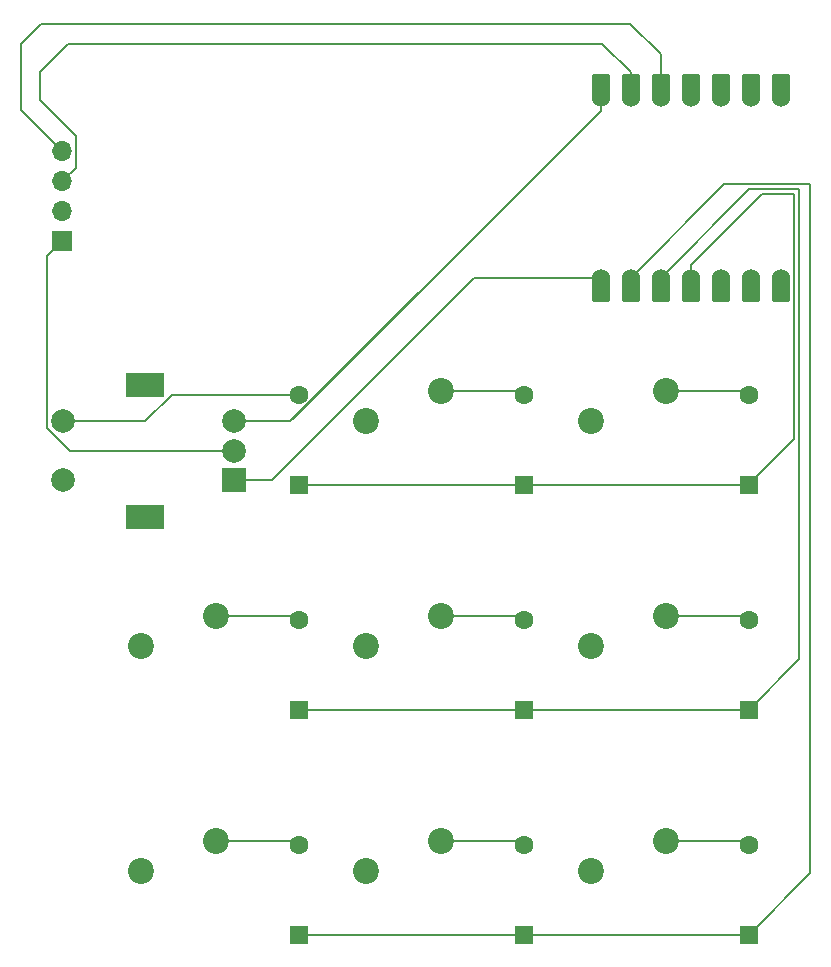
<source format=gtl>
G04 #@! TF.GenerationSoftware,KiCad,Pcbnew,9.0.3*
G04 #@! TF.CreationDate,2025-07-29T19:53:29+10:00*
G04 #@! TF.ProjectId,NyaPad,4e796150-6164-42e6-9b69-6361645f7063,rev?*
G04 #@! TF.SameCoordinates,Original*
G04 #@! TF.FileFunction,Copper,L1,Top*
G04 #@! TF.FilePolarity,Positive*
%FSLAX46Y46*%
G04 Gerber Fmt 4.6, Leading zero omitted, Abs format (unit mm)*
G04 Created by KiCad (PCBNEW 9.0.3) date 2025-07-29 19:53:29*
%MOMM*%
%LPD*%
G01*
G04 APERTURE LIST*
G04 Aperture macros list*
%AMRoundRect*
0 Rectangle with rounded corners*
0 $1 Rounding radius*
0 $2 $3 $4 $5 $6 $7 $8 $9 X,Y pos of 4 corners*
0 Add a 4 corners polygon primitive as box body*
4,1,4,$2,$3,$4,$5,$6,$7,$8,$9,$2,$3,0*
0 Add four circle primitives for the rounded corners*
1,1,$1+$1,$2,$3*
1,1,$1+$1,$4,$5*
1,1,$1+$1,$6,$7*
1,1,$1+$1,$8,$9*
0 Add four rect primitives between the rounded corners*
20,1,$1+$1,$2,$3,$4,$5,0*
20,1,$1+$1,$4,$5,$6,$7,0*
20,1,$1+$1,$6,$7,$8,$9,0*
20,1,$1+$1,$8,$9,$2,$3,0*%
G04 Aperture macros list end*
G04 #@! TA.AperFunction,ComponentPad*
%ADD10C,2.200000*%
G04 #@! TD*
G04 #@! TA.AperFunction,ComponentPad*
%ADD11R,1.700000X1.700000*%
G04 #@! TD*
G04 #@! TA.AperFunction,ComponentPad*
%ADD12O,1.700000X1.700000*%
G04 #@! TD*
G04 #@! TA.AperFunction,SMDPad,CuDef*
%ADD13RoundRect,0.152400X0.609600X-1.063600X0.609600X1.063600X-0.609600X1.063600X-0.609600X-1.063600X0*%
G04 #@! TD*
G04 #@! TA.AperFunction,ComponentPad*
%ADD14C,1.524000*%
G04 #@! TD*
G04 #@! TA.AperFunction,SMDPad,CuDef*
%ADD15RoundRect,0.152400X-0.609600X1.063600X-0.609600X-1.063600X0.609600X-1.063600X0.609600X1.063600X0*%
G04 #@! TD*
G04 #@! TA.AperFunction,ComponentPad*
%ADD16R,2.000000X2.000000*%
G04 #@! TD*
G04 #@! TA.AperFunction,ComponentPad*
%ADD17C,2.000000*%
G04 #@! TD*
G04 #@! TA.AperFunction,ComponentPad*
%ADD18R,3.200000X2.000000*%
G04 #@! TD*
G04 #@! TA.AperFunction,ComponentPad*
%ADD19RoundRect,0.250000X0.550000X-0.550000X0.550000X0.550000X-0.550000X0.550000X-0.550000X-0.550000X0*%
G04 #@! TD*
G04 #@! TA.AperFunction,ComponentPad*
%ADD20C,1.600000*%
G04 #@! TD*
G04 #@! TA.AperFunction,Conductor*
%ADD21C,0.200000*%
G04 #@! TD*
G04 APERTURE END LIST*
D10*
X136366250Y-93677725D03*
X130016250Y-96217725D03*
D11*
X104305000Y-81021475D03*
D12*
X104305000Y-78481475D03*
X104305000Y-75941475D03*
X104305000Y-73401475D03*
D10*
X155416250Y-93677725D03*
X149066250Y-96217725D03*
X155416250Y-131777725D03*
X149066250Y-134317725D03*
X117316250Y-131777725D03*
X110966250Y-134317725D03*
X136366250Y-131777725D03*
X130016250Y-134317725D03*
X136366250Y-112727725D03*
X130016250Y-115267725D03*
X155416250Y-112727725D03*
X149066250Y-115267725D03*
D13*
X165120000Y-68045000D03*
D14*
X165120000Y-68880000D03*
D13*
X162580000Y-68045000D03*
D14*
X162580000Y-68880000D03*
D13*
X160040000Y-68045000D03*
D14*
X160040000Y-68880000D03*
D13*
X157500000Y-68045000D03*
D14*
X157500000Y-68880000D03*
D13*
X154960000Y-68045000D03*
D14*
X154960000Y-68880000D03*
D13*
X152420000Y-68045000D03*
D14*
X152420000Y-68880000D03*
D13*
X149880000Y-68045000D03*
D14*
X149880000Y-68880000D03*
X149880000Y-84120000D03*
D15*
X149880000Y-84955000D03*
D14*
X152420000Y-84120000D03*
D15*
X152420000Y-84955000D03*
D14*
X154960000Y-84120000D03*
D15*
X154960000Y-84955000D03*
D14*
X157500000Y-84120000D03*
D15*
X157500000Y-84955000D03*
D14*
X160040000Y-84120000D03*
D15*
X160040000Y-84955000D03*
D14*
X162580000Y-84120000D03*
D15*
X162580000Y-84955000D03*
D14*
X165120000Y-84120000D03*
D15*
X165120000Y-84955000D03*
D16*
X118820000Y-101250000D03*
D17*
X118820000Y-96250000D03*
X118820000Y-98750000D03*
D18*
X111320000Y-104350000D03*
X111320000Y-93150000D03*
D17*
X104320000Y-96250000D03*
X104320000Y-101250000D03*
D10*
X117316250Y-112727725D03*
X110966250Y-115267725D03*
D19*
X143351250Y-101615225D03*
D20*
X143351250Y-93995225D03*
D19*
X162401250Y-101615225D03*
D20*
X162401250Y-93995225D03*
D19*
X143351250Y-120665225D03*
D20*
X143351250Y-113045225D03*
D19*
X124301250Y-120665225D03*
D20*
X124301250Y-113045225D03*
D19*
X143351250Y-139715225D03*
D20*
X143351250Y-132095225D03*
D19*
X162401250Y-139715225D03*
D20*
X162401250Y-132095225D03*
D19*
X124301250Y-101615225D03*
D20*
X124301250Y-93995225D03*
D19*
X162401250Y-120665225D03*
D20*
X162401250Y-113045225D03*
D19*
X124301250Y-139715225D03*
D20*
X124301250Y-132095225D03*
D21*
X103019000Y-96788892D02*
X104980108Y-98750000D01*
X104980108Y-98750000D02*
X118820000Y-98750000D01*
X103019000Y-82307475D02*
X103019000Y-96788892D01*
X104305000Y-81021475D02*
X103019000Y-82307475D01*
X162580000Y-85197630D02*
X162580000Y-84120000D01*
X111341000Y-96250000D02*
X113595775Y-93995225D01*
X104320000Y-96250000D02*
X111341000Y-96250000D01*
X113595775Y-93995225D02*
X124301250Y-93995225D01*
X139163975Y-84120000D02*
X122121987Y-101161987D01*
X118820000Y-101250000D02*
X122033974Y-101250000D01*
X122121987Y-101161987D02*
X122026250Y-101257725D01*
X122033974Y-101250000D02*
X122121987Y-101161987D01*
X149880000Y-84120000D02*
X139163975Y-84120000D01*
X136366250Y-93677725D02*
X143033750Y-93677725D01*
X143033750Y-93677725D02*
X143351250Y-93995225D01*
X162083750Y-93677725D02*
X162401250Y-93995225D01*
X155416250Y-93677725D02*
X162083750Y-93677725D01*
X117316250Y-112727725D02*
X123983750Y-112727725D01*
X123983750Y-112727725D02*
X124301250Y-113045225D01*
X143033750Y-112727725D02*
X143351250Y-113045225D01*
X136366250Y-112727725D02*
X143033750Y-112727725D01*
X162083750Y-112727725D02*
X162401250Y-113045225D01*
X155416250Y-112727725D02*
X162083750Y-112727725D01*
X166687500Y-116378975D02*
X166687500Y-76601000D01*
X166687500Y-76601000D02*
X162479000Y-76601000D01*
X124301250Y-120665225D02*
X143351250Y-120665225D01*
X143351250Y-120665225D02*
X162401250Y-120665225D01*
X162401250Y-120665225D02*
X166687500Y-116378975D01*
X162479000Y-76601000D02*
X154960000Y-84120000D01*
X117316250Y-131777725D02*
X123983750Y-131777725D01*
X123983750Y-131777725D02*
X124301250Y-132095225D01*
X136366250Y-131777725D02*
X143033750Y-131777725D01*
X143033750Y-131777725D02*
X143351250Y-132095225D01*
X155416250Y-131777725D02*
X162083750Y-131777725D01*
X162083750Y-131777725D02*
X162401250Y-132095225D01*
X102393750Y-66675000D02*
X104775000Y-64293750D01*
X105456000Y-72118500D02*
X102393750Y-69056250D01*
X104775000Y-64293750D02*
X150018750Y-64293750D01*
X104305000Y-75941475D02*
X105456000Y-74790475D01*
X152420000Y-66695000D02*
X152420000Y-68045000D01*
X102393750Y-69056250D02*
X102393750Y-66675000D01*
X105456000Y-74790475D02*
X105456000Y-72118500D01*
X152420000Y-68880000D02*
X152420000Y-66695000D01*
X150018750Y-64293750D02*
X152420000Y-66695000D01*
X102493750Y-62601000D02*
X152400000Y-62601000D01*
X100801000Y-69897475D02*
X100801000Y-64293750D01*
X152400000Y-62601000D02*
X154960000Y-65161000D01*
X154960000Y-65161000D02*
X154960000Y-68880000D01*
X104305000Y-73401475D02*
X100801000Y-69897475D01*
X100801000Y-64293750D02*
X102493750Y-62601000D01*
X143351250Y-139715225D02*
X162401250Y-139715225D01*
X167599000Y-76200000D02*
X167599000Y-134517475D01*
X167599000Y-134517475D02*
X162401250Y-139715225D01*
X160340000Y-76200000D02*
X167599000Y-76200000D01*
X152420000Y-84120000D02*
X160340000Y-76200000D01*
X124301250Y-139715225D02*
X143351250Y-139715225D01*
X123603525Y-96250000D02*
X149880000Y-69973525D01*
X118820000Y-96250000D02*
X123603524Y-96250000D01*
X149880000Y-69973525D02*
X123595800Y-96257725D01*
X123603524Y-96250000D02*
X123886762Y-95966762D01*
X122990000Y-96257725D02*
X122390000Y-96257725D01*
X121760000Y-96250000D02*
X123603524Y-96250000D01*
X123886762Y-95966762D02*
X149880000Y-69973525D01*
X121890000Y-96250000D02*
X122382275Y-96250000D01*
X122382275Y-96250000D02*
X118820000Y-96250000D01*
X118820000Y-96250000D02*
X121760000Y-96250000D01*
X122982275Y-96250000D02*
X122990000Y-96257725D01*
X149880000Y-69973525D02*
X149880000Y-68880000D01*
X121890000Y-96250000D02*
X122982275Y-96250000D01*
X121760000Y-96250000D02*
X121890000Y-96250000D01*
X123603525Y-96250000D02*
X123886762Y-95966762D01*
X122382275Y-96250000D02*
X122390000Y-96257725D01*
X123595800Y-96257725D02*
X122990000Y-96257725D01*
X122390000Y-96257725D02*
X122026250Y-96257725D01*
X118820000Y-96250000D02*
X123603525Y-96250000D01*
X160040000Y-84955000D02*
X160040000Y-84120000D01*
X143351250Y-101615225D02*
X162401250Y-101615225D01*
X166286500Y-97729975D02*
X162684800Y-101331675D01*
X124301250Y-101615225D02*
X143351250Y-101615225D01*
X166286500Y-77002000D02*
X166286500Y-97729975D01*
X157500000Y-84120000D02*
X157500000Y-83006250D01*
X163504250Y-77002000D02*
X166286500Y-77002000D01*
X157500000Y-83006250D02*
X163504250Y-77002000D01*
M02*

</source>
